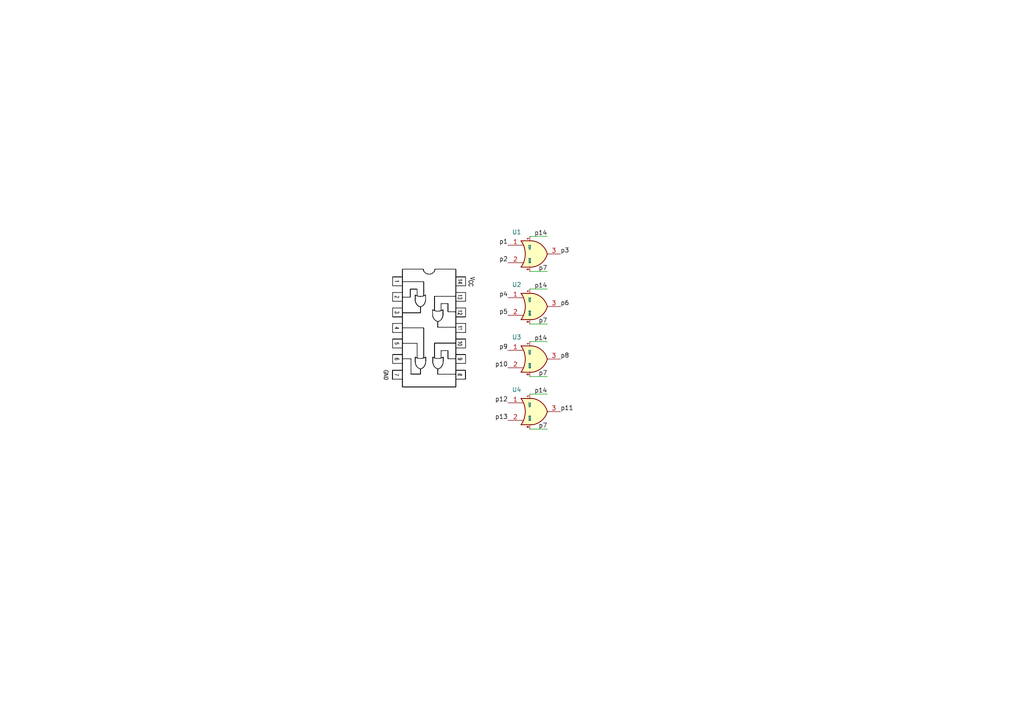
<source format=kicad_sch>
(kicad_sch (version 20231120) (generator "eeschema") (generator_version "8.0")
  (paper "A4")
  (lib_symbols
    (symbol "SimCad:OR2" (pin_names (offset 1.016))
      (property "Reference" "U" (at 2.54 5.08 0))
      (symbol "OR2_1_1"
        (arc (start -2.54 -3.81) (mid -1.319 0) (end -2.54 3.81) (stroke (width 0.254)))
        (polyline (pts (xy -2.54 -3.81) (xy 0.635 -3.81)) (stroke (width 0.254)) (fill (type background)))
        (polyline (pts (xy -2.54 3.81) (xy 0.635 3.81)) (stroke (width 0.254)) (fill (type background)))
        (polyline (pts (xy 0.635 3.81) (xy -2.54 3.81) (xy -2.54 3.81) (xy -2.286 3.4036) (xy -1.7526 2.2606) (xy -1.4224 1.0414) (xy -1.3462 -0.254) (xy -1.4986 -1.4986) (xy -1.905 -2.7178) (xy -2.54 -3.81) (xy -2.54 -3.81) (xy 0.635 -3.81)) (stroke (width -25.4)) (fill (type background)))
        (arc (start 0.6604 -3.81) (mid 3.4542 -2.5851) (end 5.08 0) (stroke (width 0.254)) (fill (type background)))
        (arc (start 5.08 0) (mid 3.4615 2.5936) (end 0.6604 3.81) (stroke (width 0.254)) (fill (type background)))
        (pin input line (at 0 -5.08 90) (length 1.27) (name "GND") (number "0"))
        (pin input line (at -6.35 2.54 0) (length 4.318) (name "~") (number "1"))
        (pin input line (at -6.35 -2.54 0) (length 4.318) (name "~") (number "2"))
        (pin output line (at 8.89 0 180) (length 3.81) (name "~") (number "3"))
        (pin input line (at 0 5.08 270) (length 1.27) (name "VCC") (number "4"))
      )
    )
  )
  (wire (pts (xy 153.67 114.3) (xy 158.75 114.3)))
  (wire (pts (xy 153.67 109.22) (xy 158.75 109.22)))
  (wire (pts (xy 153.67 68.58) (xy 158.75 68.58)))
  (wire (pts (xy 153.67 124.46) (xy 158.75 124.46)))
  (wire (pts (xy 153.67 78.74) (xy 158.75 78.74)))
  (wire (pts (xy 153.67 99.06) (xy 158.75 99.06)))
  (wire (pts (xy 153.67 93.98) (xy 158.75 93.98)))
  (wire (pts (xy 153.67 83.82) (xy 158.75 83.82)))
  (image (at 124.46 95.25))
  (label "p7" (at 158.75 124.46 180))
  (label "p7" (at 158.75 93.98 180))
  (label "p7" (at 158.75 78.74 180))
  (label "p14" (at 158.75 99.06 180))
  (label "p8" (at 162.56 104.14 0))
  (label "p5" (at 147.32 91.44 180))
  (label "p7" (at 158.75 109.22 180))
  (label "p13" (at 147.32 121.92 180))
  (label "p14" (at 158.75 68.58 180))
  (label "p4" (at 147.32 86.36 180))
  (label "p9" (at 147.32 101.6 180))
  (label "p2" (at 147.32 76.2 180))
  (label "p3" (at 162.56 73.66 0))
  (label "p14" (at 158.75 114.3 180))
  (label "p10" (at 147.32 106.68 180))
  (label "p11" (at 162.56 119.38 0))
  (label "p6" (at 162.56 88.9 0))
  (label "p12" (at 147.32 116.84 180))
  (label "p14" (at 158.75 83.82 180))
  (label "p1" (at 147.32 71.12 180))
  (symbol (lib_id "SimCad:OR2") (at 153.67 119.38 0) (unit 1)
    (property "Reference" "U4" (at 149.86 113.03 0))
    (property "Value" "OR2" (effects (hide yes)))
  )
  (symbol (lib_id "SimCad:OR2") (at 153.67 73.66 0) (unit 1)
    (property "Reference" "U1" (at 149.86 67.31 0))
    (property "Value" "OR2" (effects (hide yes)))
  )
  (symbol (lib_id "SimCad:OR2") (at 153.67 88.9 0) (unit 1)
    (property "Reference" "U2" (at 149.86 82.55 0))
    (property "Value" "OR2" (effects (hide yes)))
  )
  (symbol (lib_id "SimCad:OR2") (at 153.67 104.14 0) (unit 1)
    (property "Reference" "U3" (at 149.86 97.79 0))
    (property "Value" "OR2" (effects (hide yes)))
  )
)
</source>
